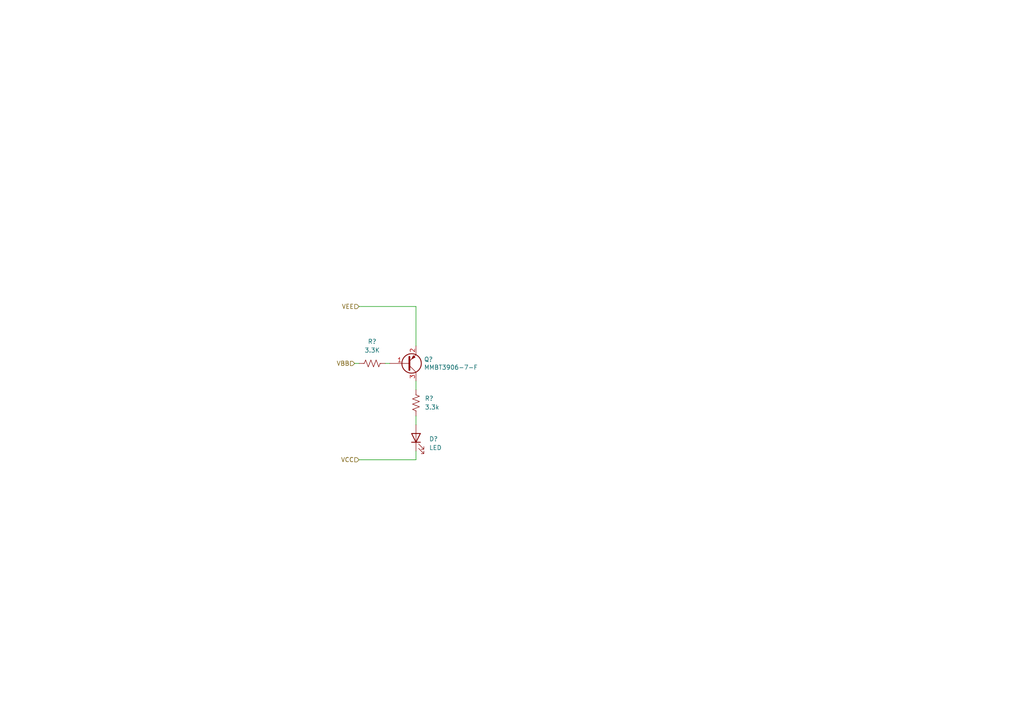
<source format=kicad_sch>
(kicad_sch (version 20211123) (generator eeschema)
  (paper "A4")
  (lib_symbols
    (symbol "Device:LED" (pin_numbers hide) (pin_names (offset 1.016) hide)
      (property "Reference" "D" (at 0 2.54 0))
      (property "Value" "LED" (at 0 -2.54 0))
      (symbol "LED_0_1"
        (polyline (pts (xy -1.27 -1.27) (xy -1.27 1.27)) (stroke (width 0.254)))
        (polyline (pts (xy -1.27 0) (xy 1.27 0)))
        (polyline (pts (xy 1.27 -1.27) (xy 1.27 1.27) (xy -1.27 0) (xy 1.27 -1.27)) (stroke (width 0.254)))
        (polyline (pts (xy -3.048 -0.762) (xy -4.572 -2.286) (xy -3.81 -2.286) (xy -4.572 -2.286) (xy -4.572 -1.524)))
        (polyline (pts (xy -1.778 -0.762) (xy -3.302 -2.286) (xy -2.54 -2.286) (xy -3.302 -2.286) (xy -3.302 -1.524)))
      )
      (symbol "LED_1_1"
        (pin passive line (at -3.81 0 0) (length 2.54) (name "K") (number "1"))
        (pin passive line (at 3.81 0 180) (length 2.54) (name "A") (number "2"))
      )
    )
    (symbol "Device:R_US" (pin_numbers hide) (pin_names (offset 0))
      (property "Reference" "R" (at 2.54 0 90))
      (property "Value" "R_US" (at -2.54 0 90))
      (symbol "R_US_0_1"
        (polyline (pts (xy 0 -2.286) (xy 0 -2.54)))
        (polyline (pts (xy 0 2.286) (xy 0 2.54)))
        (polyline (pts (xy 0 -0.762) (xy 1.016 -1.143) (xy 0 -1.524) (xy -1.016 -1.905) (xy 0 -2.286)))
        (polyline (pts (xy 0 0.762) (xy 1.016 0.381) (xy 0 0) (xy -1.016 -0.381) (xy 0 -0.762)))
        (polyline (pts (xy 0 2.286) (xy 1.016 1.905) (xy 0 1.524) (xy -1.016 1.143) (xy 0 0.762)))
      )
      (symbol "R_US_1_1"
        (pin passive line (at 0 3.81 270) (length 1.27) (name "~") (number "1"))
        (pin passive line (at 0 -3.81 90) (length 1.27) (name "~") (number "2"))
      )
    )
    (symbol "mainboard-rescue:Q_PNP_BEC-Device-mainboard-rescue" (pin_names (offset 0) hide)
      (property "Reference" "Q" (at 5.08 1.27 0))
      (property "Value" "Q_PNP_BEC-Device-mainboard-rescue" (at 5.08 -1.27 0))
      (symbol "Q_PNP_BEC-Device-mainboard-rescue_0_1"
        (polyline (pts (xy 0.635 0.635) (xy 2.54 2.54)))
        (polyline (pts (xy 0.635 -0.635) (xy 2.54 -2.54) (xy 2.54 -2.54)))
        (polyline (pts (xy 0.635 1.905) (xy 0.635 -1.905) (xy 0.635 -1.905)) (stroke (width 0.508)))
        (polyline (pts (xy 2.286 -1.778) (xy 1.778 -2.286) (xy 1.27 -1.27) (xy 2.286 -1.778) (xy 2.286 -1.778)) (fill (type outline)))
        (circle (center 1.27 0) (radius 2.8194) (stroke (width 0.254)))
      )
      (symbol "Q_PNP_BEC-Device-mainboard-rescue_1_1"
        (pin input line (at -5.08 0 0) (length 5.715) (name "B") (number "1"))
        (pin passive line (at 2.54 -5.08 90) (length 2.54) (name "E") (number "2"))
        (pin passive line (at 2.54 5.08 270) (length 2.54) (name "C") (number "3"))
      )
    )
  )
  (wire (pts (xy 120.65 88.9) (xy 120.65 100.33)))
  (wire (pts (xy 102.87 105.41) (xy 104.14 105.41)))
  (wire (pts (xy 120.65 110.49) (xy 120.65 113.03)))
  (wire (pts (xy 120.65 133.35) (xy 120.65 130.81)))
  (wire (pts (xy 120.65 133.35) (xy 104.14 133.35)))
  (wire (pts (xy 111.76 105.41) (xy 113.03 105.41)))
  (wire (pts (xy 120.65 123.19) (xy 120.65 120.65)))
  (wire (pts (xy 104.14 88.9) (xy 120.65 88.9)))
  (hierarchical_label "VEE" (shape input) (at 104.14 88.9 180))
  (hierarchical_label "VBB" (shape input) (at 102.87 105.41 180))
  (hierarchical_label "VCC" (shape input) (at 104.14 133.35 180))
  (symbol (lib_id "mainboard-rescue:Q_PNP_BEC-Device-mainboard-rescue") (at 118.11 105.41 0) (mirror x) (unit 1)
    (property "Reference" "Q?" (at 122.9614 104.2416 0) (effects (justify left)))
    (property "Value" "MMBT3906-7-F" (at 122.9614 106.553 0) (effects (justify left)))
    (property "Footprint" "Package_TO_SOT_SMD:SOT-23" (effects hide))
    (property "Datasheet" "MMBT3906-7-F" (effects hide))
  )
  (symbol (lib_id "Device:LED") (at 120.65 127 90) (unit 1)
    (property "Reference" "D?" (at 124.46 127.3174 90) (effects (justify right)))
    (property "Value" "LED" (at 124.46 129.8574 90) (effects (justify right)))
    (property "Footprint" "LED_SMD:LED_0603_1608Metric_Pad1.05x0.95mm_HandSolder" (effects hide))
  )
  (symbol (lib_id "Device:R_US") (at 107.95 105.41 90) (unit 1)
    (property "Reference" "R?" (at 107.95 99.06 90))
    (property "Value" "3.3K" (at 107.95 101.6 90))
    (property "Footprint" "Resistor_SMD:R_0805_2012Metric_Pad1.20x1.40mm_HandSolder" (effects hide))
  )
  (symbol (lib_id "Device:R_US") (at 120.65 116.84 0) (unit 1)
    (property "Reference" "R?" (at 123.19 115.5699 0) (effects (justify left)))
    (property "Value" "3.3k" (at 123.19 118.1099 0) (effects (justify left)))
    (property "Footprint" "Resistor_SMD:R_0805_2012Metric_Pad1.20x1.40mm_HandSolder" (effects hide))
  )
)
</source>
